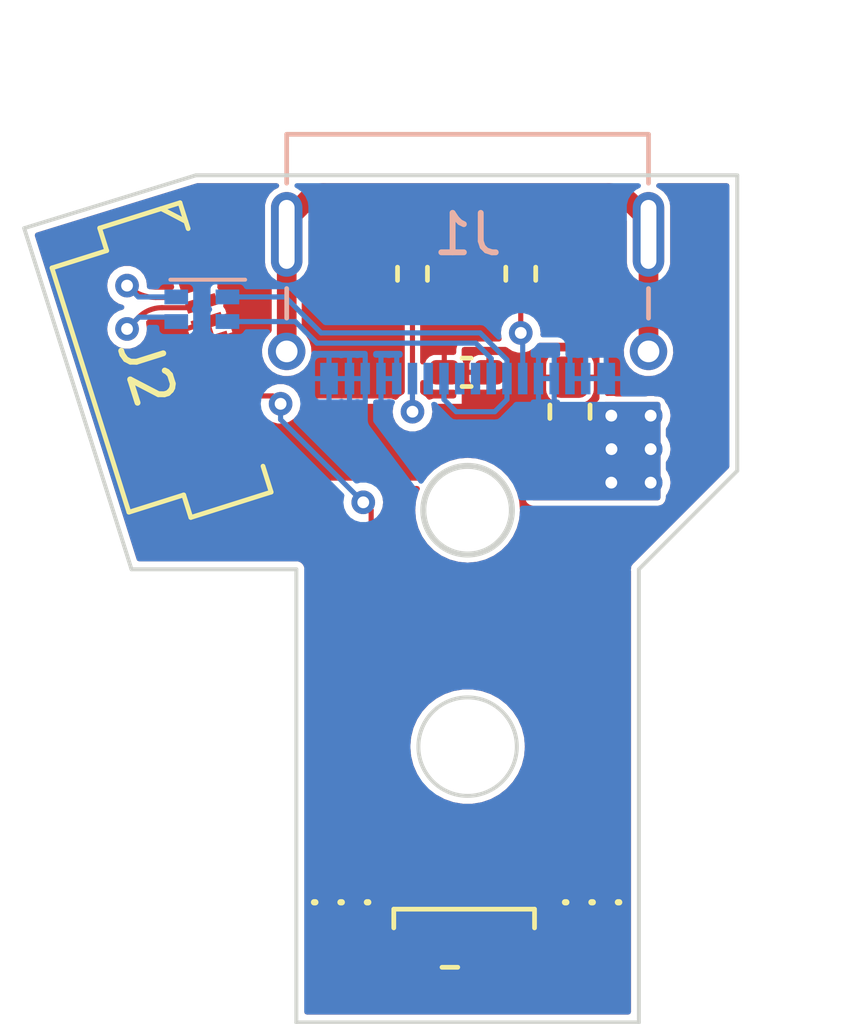
<source format=kicad_pcb>
(kicad_pcb (version 20221018) (generator pcbnew)
  (layers (0 "F.Cu" signal) (31 "B.Cu" signal) (34 "B.Paste" user) (35 "F.Paste" user) (36 "B.SilkS" user "B.Silkscreen") (37 "F.SilkS" user "F.Silkscreen") (38 "B.Mask" user) (39 "F.Mask" user) (44 "Edge.Cuts" user))
  (net 0 "")
  (net 1 "VBUS")
  (net 2 "GND")
  (net 3 "VCC")
  (net 4 "/LED_R")
  (net 5 "/LED_G")
  (net 6 "/LED_B")
  (net 7 "/VBUS_FUSED")
  (net 8 "/OD-")
  (net 9 "/D-")
  (net 10 "/OD+")
  (net 11 "/D+")
  (net 12 "Net-(J1-CC1)")
  (net 14 "Net-(J1-CC2)")
  (net 16 "/SHIELD")
  (footprint "Capacitor_SMD:C_0402_1005Metric_Pad0.74x0.62mm_HandSolder" (layer "F.Cu") (at 95.625 95 180)
    (fp_text reference "C1" hide)
    (fp_text value "100nF")
    (fp_line (start -0.115835 -0.36) (end 0.115835 -0.36) (stroke (width 0.12)) (layer "F.SilkS"))
    (fp_line (start -0.115835 0.36) (end 0.115835 0.36) (stroke (width 0.12)) (layer "F.SilkS"))
    (pad "1" smd roundrect (at -0.5675 0 180) (size 0.735 0.62) (layers "F.Cu" "F.Paste" "F.Mask") (net 7 "/VBUS_FUSED"))
    (pad "2" smd roundrect (at 0.5675 0 180) (size 0.735 0.62) (layers "F.Cu" "F.Paste" "F.Mask") (net 2 "GND"))
  )
  (footprint "Moucha_Connectors:FPC_CompactUniversal_12P" (layer "F.Cu") (at 87.5 95 -72.5)
    (fp_text reference "J2" (at 0 0 107.5) (layer "F.SilkS"))
    (fp_text value "Conn_01x12_MountingPin" hide)
    (fp_line (start -3.85 -2.1) (end -3.85 0.04) (stroke (width 0.12)) (layer "F.SilkS"))
    (fp_line (start -3.85 0.04) (end -3.25 0.04) (stroke (width 0.12)) (layer "F.SilkS"))
    (fp_line (start -3.35 -2.1) (end -3.85 -1.6) (stroke (width 0.12)) (layer "F.SilkS"))
    (fp_line (start -3.25 1.5) (end -3.25 0.04) (stroke (width 0.12)) (layer "F.SilkS"))
    (fp_line (start -3.25 1.5) (end 3.25 1.5) (stroke (width 0.12)) (layer "F.SilkS"))
    (fp_line (start -3.16 -2.1) (end -3.85 -2.1) (stroke (width 0.12)) (layer "F.SilkS"))
    (fp_line (start 3.16 -2.1) (end 3.85 -2.1) (stroke (width 0.12)) (layer "F.SilkS"))
    (fp_line (start 3.25 0.04) (end 3.85 0.04) (stroke (width 0.12)) (layer "F.SilkS"))
    (fp_line (start 3.25 1.5) (end 3.25 0.04) (stroke (width 0.12)) (layer "F.SilkS"))
    (fp_line (start 3.85 -2.1) (end 3.85 0.04) (stroke (width 0.12)) (layer "F.SilkS"))
    (pad "1" smd rect (at -2.75 -1.85 287.5) (size 0.3 0.8) (layers "F.Cu" "F.Paste" "F.Mask") (net 2 "GND"))
    (pad "2" smd rect (at -2.25 -1.85 287.5) (size 0.3 0.8) (layers "F.Cu" "F.Paste" "F.Mask") (net 2 "GND"))
    (pad "3" smd rect (at -1.75 -1.85 287.5) (size 0.3 0.8) (layers "F.Cu" "F.Paste" "F.Mask") (net 11 "/D+"))
    (pad "4" smd rect (at -1.25 -1.85 287.5) (size 0.3 0.8) (layers "F.Cu" "F.Paste" "F.Mask") (net 9 "/D-"))
    (pad "5" smd rect (at -0.75 -1.85 287.5) (size 0.3 0.8) (layers "F.Cu" "F.Paste" "F.Mask") (net 2 "GND"))
    (pad "6" smd rect (at -0.25 -1.85 287.5) (size 0.3 0.8) (layers "F.Cu" "F.Paste" "F.Mask") (net 2 "GND"))
    (pad "7" smd rect (at 0.25 -1.85 287.5) (size 0.3 0.8) (layers "F.Cu" "F.Paste" "F.Mask") (net 5 "/LED_G"))
    (pad "8" smd rect (at 0.75 -1.85 287.5) (size 0.3 0.8) (layers "F.Cu" "F.Paste" "F.Mask") (net 4 "/LED_R"))
    (pad "9" smd rect (at 1.25 -1.85 287.5) (size 0.3 0.8) (layers "F.Cu" "F.Paste" "F.Mask") (net 6 "/LED_B"))
    (pad "10" smd rect (at 1.75 -1.85 287.5) (size 0.3 0.8) (layers "F.Cu" "F.Paste" "F.Mask") (net 3 "VCC"))
    (pad "11" smd rect (at 2.25 -1.85 287.5) (size 0.3 0.8) (layers "F.Cu" "F.Paste" "F.Mask") (net 7 "/VBUS_FUSED"))
    (pad "12" smd rect (at 2.75 -1.85 287.5) (size 0.3 0.8) (layers "F.Cu" "F.Paste" "F.Mask") (net 7 "/VBUS_FUSED"))
    (pad "MP" smd rect (at -3.67 0.75 287.5) (size 0.56 1) (layers "F.Cu" "F.Paste" "F.Mask") (net 2 "GND"))
    (pad "MP" smd rect (at 3.67 0.75 287.5) (size 0.56 1) (layers "F.Cu" "F.Paste" "F.Mask") (net 2 "GND"))
  )
  (footprint "Moucha_Primitives:LED_RGB_Foshan-FM-3510RGBA-SG" (layer "F.Cu") (at 95.65 109.6 180)
    (fp_text reference "D2" hide)
    (fp_text value "LED_ARGB")
    (fp_line (start -1.7 0.5) (end -1.7 0.975) (stroke (width 0.12)) (layer "F.SilkS"))
    (fp_line (start -1.7 0.975) (end 1.875 0.975) (stroke (width 0.12)) (layer "F.SilkS"))
    (fp_line (start 0.25 -0.5) (end 0.65 -0.5) (stroke (width 0.12)) (layer "F.SilkS"))
    (fp_line (start 1.875 0.975) (end 1.875 0.5) (stroke (width 0.12)) (layer "F.SilkS"))
    (pad "1" smd rect (at 0.45 0 180) (size 0.44 0.75) (layers "F.Cu" "F.Paste" "F.Mask") (net 3 "VCC"))
    (pad "2" smd rect (at 1.52 0.125 180) (size 0.6 0.5) (layers "F.Cu" "F.Paste" "F.Mask") (net 4 "/LED_R"))
    (pad "3" smd rect (at -0.45 0 180) (size 0.44 0.75) (layers "F.Cu" "F.Paste" "F.Mask") (net 5 "/LED_G"))
    (pad "4" smd rect (at -1.4 0.125 180) (size 0.6 0.5) (layers "F.Cu" "F.Paste" "F.Mask") (net 6 "/LED_B"))
  )
  (footprint "Resistor_SMD:R_0402_1005Metric_Pad0.72x0.64mm_HandSolder" (layer "F.Cu") (at 97 92.5 90)
    (fp_text reference "R1" hide)
    (fp_text value "5.1k")
    (fp_line (start -0.167621 -0.38) (end 0.167621 -0.38) (stroke (width 0.12)) (layer "F.SilkS"))
    (fp_line (start -0.167621 0.38) (end 0.167621 0.38) (stroke (width 0.12)) (layer "F.SilkS"))
    (pad "1" smd roundrect (at -0.5975 0 90) (size 0.715 0.64) (layers "F.Cu" "F.Paste" "F.Mask") (net 14 "Net-(J1-CC2)"))
    (pad "2" smd roundrect (at 0.5975 0 90) (size 0.715 0.64) (layers "F.Cu" "F.Paste" "F.Mask") (net 2 "GND"))
  )
  (footprint "Fuse:Fuse_0603_1608Metric_Pad1.05x0.95mm_HandSolder" (layer "F.Cu") (at 98.25 96 90)
    (fp_text reference "F2" hide)
    (fp_text value locked "500 mA")
    (fp_line (start -0.171267 -0.51) (end 0.171267 -0.51) (stroke (width 0.12)) (layer "F.SilkS"))
    (fp_line (start -0.171267 0.51) (end 0.171267 0.51) (stroke (width 0.12)) (layer "F.SilkS"))
    (pad "1" smd roundrect (at -0.875 0 90) (size 1.05 0.95) (layers "F.Cu" "F.Paste" "F.Mask") (net 1 "VBUS"))
    (pad "2" smd roundrect (at 0.875 0 90) (size 1.05 0.95) (layers "F.Cu" "F.Paste" "F.Mask") (net 7 "/VBUS_FUSED"))
  )
  (footprint "Resistor_SMD:R_0402_1005Metric_Pad0.72x0.64mm_HandSolder" (layer "F.Cu") (at 94.25 92.5 90)
    (fp_text reference "R2" hide)
    (fp_text value "5.1k")
    (fp_line (start -0.167621 -0.38) (end 0.167621 -0.38) (stroke (width 0.12)) (layer "F.SilkS"))
    (fp_line (start -0.167621 0.38) (end 0.167621 0.38) (stroke (width 0.12)) (layer "F.SilkS"))
    (pad "1" smd roundrect (at -0.5975 0 90) (size 0.715 0.64) (layers "F.Cu" "F.Paste" "F.Mask") (net 12 "Net-(J1-CC1)"))
    (pad "2" smd roundrect (at 0.5975 0 90) (size 0.715 0.64) (layers "F.Cu" "F.Paste" "F.Mask") (net 2 "GND"))
  )
  (footprint "Moucha_Connectors:USBC_Receptacle_GT-USB-7025" (layer "B.Cu") (at 95.65 91.5)
    (fp_text reference "J1" (at 0 0) (layer "B.SilkS") (effects (justify mirror)))
    (fp_text value "USB_C_Receptacle_USB2.0")
    (fp_line (start -4.595 -2.54) (end 4.595 -2.54) (stroke (width 0.12)) (layer "B.SilkS"))
    (fp_line (start -4.595 -1.3) (end -4.595 -2.54) (stroke (width 0.12)) (layer "B.SilkS"))
    (fp_line (start -4.595 2.125) (end -4.595 1.375) (stroke (width 0.12)) (layer "B.SilkS"))
    (fp_line (start 4.595 -1.3) (end 4.595 -2.54) (stroke (width 0.12)) (layer "B.SilkS"))
    (fp_line (start 4.595 2.125) (end 4.595 1.375) (stroke (width 0.12)) (layer "B.SilkS"))
    (pad "A1" smd rect (at -3.52 3.66) (size 0.45 0.8) (layers "B.Cu" "B.Paste" "B.Mask") (net 2 "GND"))
    (pad "A1" smd rect (at -3 3.66) (size 0.24 0.8) (layers "B.Cu" "B.Paste" "B.Mask") (net 2 "GND"))
    (pad "A4" smd rect (at -2.2 3.66) (size 0.24 0.8) (layers "B.Cu" "B.Paste" "B.Mask") (net 1 "VBUS"))
    (pad "A5" smd rect (at -1.4 3.66) (size 0.24 0.8) (layers "B.Cu" "B.Paste" "B.Mask") (net 12 "Net-(J1-CC1)"))
    (pad "A6" smd rect (at -0.6 3.66) (size 0.24 0.8) (layers "B.Cu" "B.Paste" "B.Mask") (net 10 "/OD+"))
    (pad "A7" smd rect (at -0.2 3.66) (size 0.24 0.8) (layers "B.Cu" "B.Paste" "B.Mask") (net 8 "/OD-"))
    (pad "A8" smd rect (at 0.2 3.66) (size 0.24 0.8) (layers "B.Cu" "B.Paste" "B.Mask"))
    (pad "A9" smd rect (at 1.8 3.66) (size 0.24 0.8) (layers "B.Cu" "B.Paste" "B.Mask") (net 1 "VBUS"))
    (pad "A12" smd rect (at 2.6 3.66) (size 0.24 0.8) (layers "B.Cu" "B.Paste" "B.Mask") (net 2 "GND"))
    (pad "B1" smd rect (at 3 3.66) (size 0.24 0.8) (layers "B.Cu" "B.Paste" "B.Mask") (net 2 "GND"))
    (pad "B1" smd rect (at 3.52 3.66) (size 0.45 0.8) (layers "B.Cu" "B.Paste" "B.Mask") (net 2 "GND"))
    (pad "B4" smd rect (at 2.2 3.66) (size 0.24 0.8) (layers "B.Cu" "B.Paste" "B.Mask") (net 1 "VBUS"))
    (pad "B5" smd rect (at 1.4 3.66) (size 0.24 0.8) (layers "B.Cu" "B.Paste" "B.Mask") (net 14 "Net-(J1-CC2)"))
    (pad "B6" smd rect (at 1 3.66) (size 0.24 0.8) (layers "B.Cu" "B.Paste" "B.Mask") (net 10 "/OD+"))
    (pad "B7" smd rect (at 0.6 3.66) (size 0.24 0.8) (layers "B.Cu" "B.Paste" "B.Mask") (net 8 "/OD-"))
    (pad "B8" smd rect (at -1 3.66) (size 0.24 0.8) (layers "B.Cu" "B.Paste" "B.Mask"))
    (pad "B9" smd rect (at -1.8 3.66) (size 0.24 0.8) (layers "B.Cu" "B.Paste" "B.Mask") (net 1 "VBUS"))
    (pad "B12" smd rect (at -2.6 3.66) (size 0.24 0.8) (layers "B.Cu" "B.Paste" "B.Mask") (net 2 "GND"))
    (pad "S1" thru_hole oval (at -4.595 0) (size 0.8 2.15) (drill oval 0.4 1.75) (layers "*.Cu" "*.Mask") (net 16 "/SHIELD"))
    (pad "S1" thru_hole circle (at -4.595 2.97) (size 0.95 0.95) (drill 0.55) (layers "*.Cu" "*.Mask") (net 16 "/SHIELD"))
    (pad "S1" thru_hole oval (at 4.595 0) (size 0.8 2.15) (drill oval 0.4 1.75) (layers "*.Cu" "*.Mask") (net 16 "/SHIELD"))
    (pad "S1" thru_hole circle (at 4.595 2.97) (size 0.95 0.95) (drill 0.55) (layers "*.Cu" "*.Mask") (net 16 "/SHIELD"))
  )
  (footprint "Moucha_Primitives:L_CommonMode_TDK_MCZ1210DH" (layer "B.Cu") (at 88.9 93.4 180)
    (fp_text reference "FL1" hide)
    (fp_text value "Filter_EMI_CommonMode" hide)
    (fp_line (start -1.1 0.75) (end 0.8 0.75) (stroke (width 0.1)) (layer "B.SilkS"))
    (pad "1" smd rect (at -0.65 0.3125 180) (size 0.6 0.375) (layers "B.Cu" "B.Paste" "B.Mask") (net 10 "/OD+"))
    (pad "2" smd rect (at 0.65 0.3125 180) (size 0.6 0.375) (layers "B.Cu" "B.Paste" "B.Mask") (net 11 "/D+"))
    (pad "3" smd rect (at -0.65 -0.3125 180) (size 0.6 0.375) (layers "B.Cu" "B.Paste" "B.Mask") (net 8 "/OD-"))
    (pad "4" smd rect (at 0.65 -0.3125 180) (size 0.6 0.375) (layers "B.Cu" "B.Paste" "B.Mask") (net 9 "/D-"))
  )
  (gr_line (start 98.125 108.45) (end 99.5 108.45) (stroke (width 0.16) (type dot)) (layer "F.SilkS"))
  (gr_line (start 91.75 108.45) (end 93.5 108.45) (stroke (width 0.16) (type dot)) (layer "F.SilkS"))
  (gr_line locked (start 84.387108 91.34304) (end 87.112891 100) (stroke (width 0.1)) (layer "Edge.Cuts"))
  (gr_line locked (start 88.75 90) (end 84.387108 91.34304) (stroke (width 0.1)) (layer "Edge.Cuts"))
  (gr_line locked (start 91.3 111.5) (end 91.3 100) (stroke (width 0.1)) (layer "Edge.Cuts"))
  (gr_line locked (start 88.75 90) (end 102.5 90) (stroke (width 0.1)) (layer "Edge.Cuts"))
  (gr_line locked (start 100 100) (end 102.5 97.5) (stroke (width 0.1)) (layer "Edge.Cuts"))
  (gr_circle locked (center 95.65 98.5) (end 96.775 98.5) (stroke (width 0.1524)) (fill none) (layer "Edge.Cuts"))
  (gr_line locked (start 91.3 111.5) (end 100 111.5) (stroke (width 0.1)) (layer "Edge.Cuts"))
  (gr_line locked (start 100 111.5) (end 100 100) (stroke (width 0.1)) (layer "Edge.Cuts"))
  (gr_line locked (start 102.5 90) (end 102.5 97.5) (stroke (width 0.1)) (layer "Edge.Cuts"))
  (gr_line locked (start 91.3 100) (end 87.112891 100) (stroke (width 0.1)) (layer "Edge.Cuts"))
  (gr_circle locked (center 95.65 104.5) (end 96.9 104.5) (stroke (width 0.1)) (fill none) (layer "Edge.Cuts"))
  (via (at 99.3 96.1) (size 0.6) (drill 0.3) (layers "F.Cu" "B.Cu") (net 1))
  (via (at 99.304639 96.95) (size 0.6) (drill 0.3) (layers "F.Cu" "B.Cu") (net 1))
  (via (at 100.3 96.95) (size 0.6) (drill 0.3) (layers "F.Cu" "B.Cu") (net 1))
  (via (at 100.3 96.1) (size 0.6) (drill 0.3) (layers "F.Cu" "B.Cu") (net 1))
  (via (at 100.3 97.8) (size 0.6) (drill 0.3) (layers "F.Cu" "B.Cu") (net 1))
  (via (at 99.3 97.8) (size 0.6) (drill 0.3) (layers "F.Cu" "B.Cu") (net 1))
  (segment (start 95.2 108.480764) (end 95.2 109.6) (width 0.25) (layer "F.Cu") (net 3))
  (segment (start 89.246447 97.646447) (end 89.391595 97.791595) (width 0.25) (layer "F.Cu") (net 3))
  (segment (start 89.894728 98) (end 91.267604 98) (width 0.25) (layer "F.Cu") (net 3))
  (segment (start 89.1 96.972817) (end 89.1 97.292893) (width 0.25) (layer "F.Cu") (net 3))
  (segment (start 92.176461 98.376461) (end 92.653554 98.853554) (width 0.25) (layer "F.Cu") (net 3))
  (segment (start 92.8 99.207107) (end 92.8 103.961701) (width 0.25) (layer "F.Cu") (net 3))
  (segment (start 89.790612 96.112699) (end 89.590371 96.112699) (width 0.25) (layer "F.Cu") (net 3))
  (segment (start 89.590371 96.112699) (end 89.302624 96.400446) (width 0.25) (layer "F.Cu") (net 3))
  (segment (start 93.392767 105.392767) (end 94.294363 106.294363) (width 0.25) (layer "F.Cu") (net 3))
  (arc (start 95.2 108.480764) (mid 94.964633 107.297492) (end 94.294363 106.294363) (width 0.25) (layer "F.Cu") (net 3))
  (arc (start 89.894728 98) (mid 89.622434 97.945837) (end 89.391595 97.791595) (width 0.25) (layer "F.Cu") (net 3))
  (arc (start 89.302624 96.400446) (mid 89.152607 96.669592) (end 89.1 96.972817) (width 0.25) (layer "F.Cu") (net 3))
  (arc (start 92.653554 98.853554) (mid 92.76194 99.015766) (end 92.8 99.207107) (width 0.25) (layer "F.Cu") (net 3))
  (arc (start 93.392767 105.392767) (mid 92.954055 104.736188) (end 92.8 103.961701) (width 0.25) (layer "F.Cu") (net 3))
  (arc (start 91.267604 98) (mid 91.759474 98.097839) (end 92.176461 98.376461) (width 0.25) (layer "F.Cu") (net 3))
  (arc (start 89.246447 97.646447) (mid 89.13806 97.484235) (end 89.1 97.292893) (width 0.25) (layer "F.Cu") (net 3))
  (segment (start 92.48 99.339655) (end 92.478133 99.274076) (width 0.13) (layer "F.Cu") (net 4))
  (segment (start 91.119235 98.32) (end 89.694372 98.32) (width 0.13) (layer "F.Cu") (net 4))
  (segment (start 93.655098 106.155098) (end 93.007133 105.507133) (width 0.13) (layer "F.Cu") (net 4))
  (segment (start 91.626545 98.418749) (end 91.428706 98.354462) (width 0.13) (layer "F.Cu") (net 4))
  (segment (start 92.48 104.234521) (end 92.48 99.339655) (width 0.13) (layer "F.Cu") (net 4))
  (segment (start 88.78 97.425441) (end 88.78 95.84068) (width 0.13) (layer "F.Cu") (net 4))
  (segment (start 88.926447 97.778995) (end 88.881385 97.731308) (width 0.13) (layer "F.Cu") (net 4))
  (segment (start 89.359134 98.209059) (end 89.306995 98.159543) (width 0.13) (layer "F.Cu") (net 4))
  (segment (start 92.333554 98.986102) (end 92.055099 98.707647) (width 0.13) (layer "F.Cu") (net 4))
  (segment (start 88.782209 95.746325) (end 88.819598 95.558332) (width 0.13) (layer "F.Cu") (net 4))
  (segment (start 92.055099 98.707647) (end 91.980182 98.63547) (width 0.13) (layer "F.Cu") (net 4))
  (segment (start 88.815795 97.617719) (end 88.781837 97.491024) (width 0.13) (layer "F.Cu") (net 4))
  (segment (start 92.444177 99.14739) (end 92.37859 99.033809) (width 0.13) (layer "F.Cu") (net 4))
  (segment (start 88.910806 95.355591) (end 89.489906 95.158982) (width 0.13) (layer "F.Cu") (net 4))
  (segment (start 91.223246 98.321914) (end 91.119235 98.32) (width 0.13) (layer "F.Cu") (net 4))
  (segment (start 89.306995 98.159543) (end 88.926447 97.778995) (width 0.13) (layer "F.Cu") (net 4))
  (segment (start 91.428706 98.354462) (end 91.223246 98.321914) (width 0.13) (layer "F.Cu") (net 4))
  (segment (start 88.89177 95.384083) (end 88.910806 95.355591) (width 0.13) (layer "F.Cu") (net 4))
  (segment (start 89.694372 98.32) (end 89.622491 98.318165) (width 0.13) (layer "F.Cu") (net 4))
  (segment (start 92.37859 99.033809) (end 92.333554 98.986102) (width 0.13) (layer "F.Cu") (net 4))
  (segment (start 88.819598 95.558332) (end 88.89177 95.384083) (width 0.13) (layer "F.Cu") (net 4))
  (segment (start 89.622491 98.318165) (end 89.48363 98.280949) (width 0.13) (layer "F.Cu") (net 4))
  (segment (start 94.13 109.475) (end 94.13 107.301613) (width 0.13) (layer "F.Cu") (net 4))
  (segment (start 88.781837 97.491024) (end 88.78 97.425441) (width 0.13) (layer "F.Cu") (net 4))
  (segment (start 91.811892 98.513194) (end 91.626545 98.418749) (width 0.13) (layer "F.Cu") (net 4))
  (segment (start 88.881385 97.731308) (end 88.815795 97.617719) (width 0.13) (layer "F.Cu") (net 4))
  (segment (start 92.478133 99.274076) (end 92.444177 99.14739) (width 0.13) (layer "F.Cu") (net 4))
  (segment (start 91.980182 98.63547) (end 91.811892 98.513194) (width 0.13) (layer "F.Cu") (net 4))
  (segment (start 88.78 95.84068) (end 88.782209 95.746325) (width 0.13) (layer "F.Cu") (net 4))
  (segment (start 89.48363 98.280949) (end 89.359134 98.209059) (width 0.13) (layer "F.Cu") (net 4))
  (arc (start 93.007133 105.507133) (mid 92.616997 104.923254) (end 92.48 104.234521) (width 0.13) (layer "F.Cu") (net 4))
  (arc (start 93.655098 106.155098) (mid 94.006577 106.681124) (end 94.13 107.301613) (width 0.13) (layer "F.Cu") (net 4))
  (segment (start 88.522807 95.717712) (end 88.52 95.837622) (width 0.13) (layer "F.Cu") (net 5))
  (segment (start 88.569588 95.482501) (end 88.522807 95.717712) (width 0.13) (layer "F.Cu") (net 5))
  (segment (start 93.882843 110.3) (end 95.6 110.3) (width 0.13) (layer "F.Cu") (net 5))
  (segment (start 88.666447 97.886691) (end 89.198751 98.418995) (width 0.13) (layer "F.Cu") (net 5))
  (segment (start 92.216069 99.588653) (end 92.216069 104.370821) (width 0.13) (layer "F.Cu") (net 5))
  (segment (start 93.8 107.357381) (end 93.8 108.657893) (width 0.13) (layer "F.Cu") (net 5))
  (segment (start 88.555821 97.725404) (end 88.621407 97.838987) (width 0.13) (layer "F.Cu") (net 5))
  (segment (start 93.653553 109.011447) (end 93.646446 109.018554) (width 0.13) (layer "F.Cu") (net 5))
  (segment (start 89.339553 94.682124) (end 89.17005 94.682124) (width 0.13) (layer "F.Cu") (net 5))
  (segment (start 88.877405 94.974769) (end 88.794586 95.061528) (width 0.13) (layer "F.Cu") (net 5))
  (segment (start 88.52 95.837622) (end 88.52 97.533137) (width 0.13) (layer "F.Cu") (net 5))
  (segment (start 89.635736 98.6) (end 90.926809 98.6) (width 0.13) (layer "F.Cu") (net 5))
  (segment (start 88.794586 95.061528) (end 88.661357 95.260934) (width 0.13) (layer "F.Cu") (net 5))
  (segment (start 88.661357 95.260934) (end 88.569588 95.482501) (width 0.13) (layer "F.Cu") (net 5))
  (segment (start 96.1 109.8) (end 96.1 109.6) (width 0.13) (layer "F.Cu") (net 5))
  (segment (start 91.793531 98.959008) (end 92.069623 99.2351) (width 0.13) (layer "F.Cu") (net 5))
  (segment (start 92.720197 105.587893) (end 93.31232 106.180016) (width 0.13) (layer "F.Cu") (net 5))
  (segment (start 88.621407 97.838987) (end 88.666447 97.886691) (width 0.13) (layer "F.Cu") (net 5))
  (segment (start 88.521866 97.598716) (end 88.555821 97.725404) (width 0.13) (layer "F.Cu") (net 5))
  (segment (start 93.5 109.372107) (end 93.5 109.917157) (width 0.13) (layer "F.Cu") (net 5))
  (segment (start 89.17005 94.682124) (end 88.877405 94.974769) (width 0.13) (layer "F.Cu") (net 5))
  (segment (start 93.558579 110.058579) (end 93.741422 110.241422) (width 0.13) (layer "F.Cu") (net 5))
  (segment (start 88.52 97.533137) (end 88.521866 97.598716) (width 0.13) (layer "F.Cu") (net 5))
  (arc (start 93.882843 110.3) (mid 93.806307 110.284776) (end 93.741422 110.241422) (width 0.13) (layer "F.Cu") (net 5))
  (arc (start 96.1 109.8) (mid 95.953553 110.153553) (end 95.6 110.3) (width 0.13) (layer "F.Cu") (net 5))
  (arc (start 93.5 109.917157) (mid 93.515224 109.993694) (end 93.558579 110.058579) (width 0.13) (layer "F.Cu") (net 5))
  (arc (start 93.8 108.657893) (mid 93.76194 108.849235) (end 93.653553 109.011447) (width 0.13) (layer "F.Cu") (net 5))
  (arc (start 93.31232 106.180016) (mid 93.673257 106.720196) (end 93.8 107.357381) (width 0.13) (layer "F.Cu") (net 5))
  (arc (start 92.069623 99.2351) (mid 92.178009 99.397312) (end 92.216069 99.588653) (width 0.13) (layer "F.Cu") (net 5))
  (arc (start 92.216069 104.370821) (mid 92.347088 105.029496) (end 92.720197 105.587893) (width 0.13) (layer "F.Cu") (net 5))
  (arc (start 93.646446 109.018554) (mid 93.53806 109.180766) (end 93.5 109.372107) (width 0.13) (layer "F.Cu") (net 5))
  (arc (start 89.198751 98.418995) (mid 89.399241 98.552958) (end 89.635736 98.6) (width 0.13) (layer "F.Cu") (net 5))
  (arc (start 90.926809 98.6) (mid 91.395876 98.693303) (end 91.793531 98.959008) (width 0.13) (layer "F.Cu") (net 5))
  (segment (start 93.2 98.5) (end 93.2 103.976693) (width 0.13) (layer "F.Cu") (net 6))
  (segment (start 97.1 109.525) (end 97.05 109.475) (width 0.13) (layer "F.Cu") (net 6))
  (segment (start 93.570034 104.870034) (end 96.742906 108.042906) (width 0.13) (layer "F.Cu") (net 6))
  (segment (start 89.640259 95.63584) (end 89.676099 95.6) (width 0.13) (layer "F.Cu") (net 6))
  (segment (start 93 98.3) (end 93.2 98.5) (width 0.13) (layer "F.Cu") (net 6))
  (segment (start 89.676099 95.6) (end 90.7 95.6) (width 0.13) (layer "F.Cu") (net 6))
  (segment (start 97.05 108.784296) (end 97.05 109.475) (width 0.13) (layer "F.Cu") (net 6))
  (segment (start 90.7 95.6) (end 90.9 95.8) (width 0.13) (layer "F.Cu") (net 6))
  (via (at 93 98.3) (size 0.6) (drill 0.3) (layers "F.Cu" "B.Cu") (net 6))
  (via (at 90.9 95.8) (size 0.6) (drill 0.3) (layers "F.Cu" "B.Cu") (net 6))
  (arc (start 96.742906 108.042906) (mid 96.970189 108.383059) (end 97.05 108.784296) (width 0.13) (layer "F.Cu") (net 6))
  (arc (start 93.2 103.976693) (mid 93.296169 104.460166) (end 93.570034 104.870034) (width 0.13) (layer "F.Cu") (net 6))
  (segment (start 90.9 96.2) (end 93 98.3) (width 0.13) (layer "B.Cu") (net 6))
  (segment (start 90.9 95.8) (end 90.9 96.2) (width 0.13) (layer "B.Cu") (net 6))
  (segment (start 96.25 94.65) (end 95.86 94.26) (width 0.13) (layer "B.Cu") (net 8))
  (segment (start 91.820778 94.26) (end 91.273278 93.7125) (width 0.13) (layer "B.Cu") (net 8))
  (segment (start 91.273278 93.7125) (end 89.55 93.7125) (width 0.13) (layer "B.Cu") (net 8))
  (segment (start 96.25 95.16) (end 96.25 94.65) (width 0.13) (layer "B.Cu") (net 8))
  (segment (start 95.86 94.26) (end 91.820778 94.26) (width 0.13) (layer "B.Cu") (net 8))
  (segment (start 87.887384 93.36) (end 88.780042 93.36) (width 0.13) (layer "F.Cu") (net 9))
  (segment (start 88.780042 93.36) (end 88.888494 93.251548) (width 0.13) (layer "F.Cu") (net 9))
  (segment (start 87 93.9) (end 87.294362 93.605638) (width 0.13) (layer "F.Cu") (net 9))
  (via (at 87 93.9) (size 0.6) (drill 0.3) (layers "F.Cu" "B.Cu") (net 9))
  (arc (start 87.887384 93.36) (mid 87.566443 93.423839) (end 87.294362 93.605638) (width 0.13) (layer "F.Cu") (net 9))
  (segment (start 87.3 93.6) (end 88.1375 93.6) (width 0.13) (layer "B.Cu") (net 9))
  (segment (start 87 93.9) (end 87.3 93.6) (width 0.13) (layer "B.Cu") (net 9))
  (segment (start 88.1375 93.6) (end 88.25 93.7125) (width 0.13) (layer "B.Cu") (net 9))
  (segment (start 96.65 94.682333) (end 95.967667 94) (width 0.13) (layer "B.Cu") (net 10))
  (segment (start 96.65 95.69) (end 96.65 95.16) (width 0.13) (layer "B.Cu") (net 10))
  (segment (start 91.928474 94) (end 91.015974 93.0875) (width 0.13) (layer "B.Cu") (net 10))
  (segment (start 96.34 96) (end 96.65 95.69) (width 0.13) (layer "B.Cu") (net 10))
  (segment (start 95.05 95.16) (end 95.05 95.69) (width 0.13) (layer "B.Cu") (net 10))
  (segment (start 96.65 95.16) (end 96.65 94.682333) (width 0.13) (layer "B.Cu") (net 10))
  (segment (start 95.36 96) (end 96.34 96) (width 0.13) (layer "B.Cu") (net 10))
  (segment (start 91.015974 93.0875) (end 89.55 93.0875) (width 0.13) (layer "B.Cu") (net 10))
  (segment (start 95.05 95.69) (end 95.36 96) (width 0.13) (layer "B.Cu") (net 10))
  (segment (start 95.967667 94) (end 91.928474 94) (width 0.13) (layer "B.Cu") (net 10))
  (segment (start 88.402769 93.012132) (end 88.640211 92.77469) (width 0.13) (layer "F.Cu") (net 11))
  (segment (start 88.640211 92.77469) (end 88.738141 92.77469) (width 0.13) (layer "F.Cu") (net 11))
  (segment (start 87.724265 93.1) (end 88.190637 93.1) (width 0.13) (layer "F.Cu") (net 11))
  (via (at 87 92.8) (size 0.6) (drill 0.3) (layers "F.Cu" "B.Cu") (net 11))
  (arc (start 87.724265 93.1) (mid 87.332296 93.022032) (end 87 92.8) (width 0.13) (layer "F.Cu") (net 11))
  (arc (start 88.402769 93.012132) (mid 88.305442 93.077164) (end 88.190637 93.1) (width 0.13) (layer "F.Cu") (net 11))
  (segment (start 87.2875 93.0875) (end 88.25 93.0875) (width 0.13) (layer "B.Cu") (net 11))
  (segment (start 87 92.8) (end 87.2875 93.0875) (width 0.13) (layer "B.Cu") (net 11))
  (segment (start 94.25 96) (end 94.25 93.0975) (width 0.13) (layer "F.Cu") (net 12))
  (via (at 94.25 96) (size 0.6) (drill 0.3) (layers "F.Cu" "B.Cu") (net 12))
  (segment (start 94.25 96) (end 94.25 95.16) (width 0.13) (layer "B.Cu") (net 12))
  (segment (start 97 94) (end 97 93.0975) (width 0.13) (layer "F.Cu") (net 14))
  (via (at 97 94) (size 0.6) (drill 0.3) (layers "F.Cu" "B.Cu") (net 14))
  (segment (start 97.05 95.16) (end 97.05 94.05) (width 0.13) (layer "B.Cu") (net 14))
  (segment (start 97.05 94.05) (end 97 94) (width 0.13) (layer "B.Cu") (net 14))
  (segment (start 100.245 91.145) (end 99.773182 90.673182) (width 0.5) (layer "F.Cu") (net 16))
  (segment (start 100.245 91.5) (end 100.245 91.145) (width 0.5) (layer "F.Cu") (net 16))
  (segment (start 100.245 94.47) (end 100.245 91.5) (width 0.5) (layer "F.Cu") (net 16))
  (segment (start 99.234372 90.45) (end 91.986642 90.45) (width 0.5) (layer "F.Cu") (net 16))
  (segment (start 91.055 91.145) (end 91.055 91.5) (width 0.5) (layer "F.Cu") (net 16))
  (segment (start 91.055 91.5) (end 91.055 94.47) (width 0.5) (layer "F.Cu") (net 16))
  (segment (start 91.582669 90.617331) (end 91.055 91.145) (width 0.5) (layer "F.Cu") (net 16))
  (arc (start 91.582669 90.617331) (mid 91.768013 90.493488) (end 91.986642 90.45) (width 0.5) (layer "F.Cu") (net 16))
  (arc (start 99.773182 90.673182) (mid 99.525974 90.508003) (end 99.234372 90.45) (width 0.5) (layer "F.Cu") (net 16))
  (zone (net 1) (net_name "VBUS") (layer "F.Cu") (priority 2) (connect_pads (clearance 0.13)) (min_thickness 0.13) (fill yes (thermal_gap 0.13) (thermal_bridge_width 0.13) (smoothing fillet))
    (polygon (pts (xy 100.55 98.25) (xy 100.55 95.75) (xy 97.25 95.75) (xy 97.25 98.25)))
  )
  (zone (net 7) (net_name "/VBUS_FUSED") (layer "F.Cu") (priority 2) (connect_pads (clearance 0.13)) (min_thickness 0.13) (fill yes (thermal_gap 0.13) (thermal_bridge_width 0.13) (smoothing fillet))
    (polygon (pts (xy 99 94.25) (xy 97.4 94.25) (xy 97.4 94.354816) (xy 95.497968 94.354816) (xy 95.5 95.8) (xy 91.5 95.8) (xy 89.1 96.6) (xy 89.5 97.75) (xy 97.1 97.75) (xy 97.1 95.9) (xy 99 95.9)))
  )
  (zone locked (net 2) (net_name "GND") (layers "F&B.Cu") (connect_pads (clearance 0.13)) (min_thickness 0.13) (fill yes (thermal_gap 0.13) (thermal_bridge_width 0.13) (smoothing fillet))
    (polygon (pts (xy 102.5 90) (xy 88.75 90) (xy 84.387108 91.34304) (xy 87.112891 100) (xy 91.3 100) (xy 91.3 111.5) (xy 100 111.5) (xy 100 100) (xy 102.5 97.5)))
  )
  (zone (net 1) (net_name "VBUS") (layer "B.Cu") (priority 10) (connect_pads (clearance 0.13)) (min_thickness 0.13) (fill yes (thermal_gap 0.13) (thermal_bridge_width 0.13) (smoothing fillet))
    (polygon (pts (xy 98.5 98.25) (xy 100.55 98.25) (xy 100.55 95.75) (xy 98 95.75) (xy 98 94.25) (xy 97.25 94.25) (xy 97.25 95.75) (xy 94 95.75) (xy 94 94.25) (xy 93.25 94.25) (xy 93.25 96.25) (xy 94.75 98.25) (xy 97.25 98.25)))
  )
)
</source>
